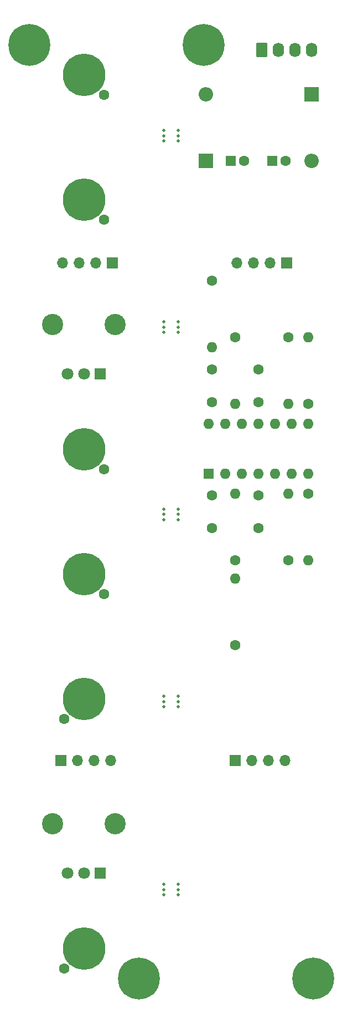
<source format=gbs>
%TF.GenerationSoftware,KiCad,Pcbnew,(6.0.0-0)*%
%TF.CreationDate,2022-06-17T05:53:11+01:00*%
%TF.ProjectId,4u-simple-integrator,34752d73-696d-4706-9c65-2d696e746567,r01*%
%TF.SameCoordinates,Original*%
%TF.FileFunction,Soldermask,Bot*%
%TF.FilePolarity,Negative*%
%FSLAX46Y46*%
G04 Gerber Fmt 4.6, Leading zero omitted, Abs format (unit mm)*
G04 Created by KiCad (PCBNEW (6.0.0-0)) date 2022-06-17 05:53:11*
%MOMM*%
%LPD*%
G01*
G04 APERTURE LIST*
G04 Aperture macros list*
%AMRoundRect*
0 Rectangle with rounded corners*
0 $1 Rounding radius*
0 $2 $3 $4 $5 $6 $7 $8 $9 X,Y pos of 4 corners*
0 Add a 4 corners polygon primitive as box body*
4,1,4,$2,$3,$4,$5,$6,$7,$8,$9,$2,$3,0*
0 Add four circle primitives for the rounded corners*
1,1,$1+$1,$2,$3*
1,1,$1+$1,$4,$5*
1,1,$1+$1,$6,$7*
1,1,$1+$1,$8,$9*
0 Add four rect primitives between the rounded corners*
20,1,$1+$1,$2,$3,$4,$5,0*
20,1,$1+$1,$4,$5,$6,$7,0*
20,1,$1+$1,$6,$7,$8,$9,0*
20,1,$1+$1,$8,$9,$2,$3,0*%
G04 Aperture macros list end*
%ADD10C,1.600000*%
%ADD11R,1.700000X1.700000*%
%ADD12O,1.700000X1.700000*%
%ADD13R,2.200000X2.200000*%
%ADD14O,2.200000X2.200000*%
%ADD15R,1.600000X1.600000*%
%ADD16O,1.600000X1.600000*%
%ADD17C,0.500000*%
%ADD18C,6.400000*%
%ADD19C,6.500000*%
%ADD20C,3.240000*%
%ADD21R,1.800000X1.800000*%
%ADD22C,1.800000*%
%ADD23RoundRect,0.250000X-0.620000X-0.845000X0.620000X-0.845000X0.620000X0.845000X-0.620000X0.845000X0*%
%ADD24O,1.740000X2.190000*%
G04 APERTURE END LIST*
D10*
%TO.C,C4*%
X112522000Y-84281000D03*
X112522000Y-89281000D03*
%TD*%
D11*
%TO.C,J7*%
X90170000Y-68072000D03*
D12*
X87630000Y-68072000D03*
X85090000Y-68072000D03*
X82550000Y-68072000D03*
%TD*%
D13*
%TO.C,D1*%
X104521000Y-52451000D03*
D14*
X104521000Y-42291000D03*
%TD*%
D15*
%TO.C,C8*%
X114713000Y-52451000D03*
D10*
X116713000Y-52451000D03*
%TD*%
%TO.C,R8*%
X120142000Y-103251000D03*
D16*
X120142000Y-113411000D03*
%TD*%
D17*
%TO.C,H5*%
X98087000Y-77851000D03*
X98087000Y-78651000D03*
X100287000Y-78651000D03*
X100287000Y-77051000D03*
X98087000Y-77051000D03*
X100287000Y-77851000D03*
%TD*%
D10*
%TO.C,C3*%
X112522000Y-103505000D03*
X112522000Y-108505000D03*
%TD*%
%TO.C,R5*%
X117094000Y-79375000D03*
D16*
X117094000Y-89535000D03*
%TD*%
D10*
%TO.C,R2*%
X108966000Y-126365000D03*
D16*
X108966000Y-116205000D03*
%TD*%
D11*
%TO.C,J8*%
X82296000Y-144018000D03*
D12*
X84836000Y-144018000D03*
X87376000Y-144018000D03*
X89916000Y-144018000D03*
%TD*%
D10*
%TO.C,R4*%
X108966000Y-113411000D03*
D16*
X108966000Y-103251000D03*
%TD*%
D17*
%TO.C,H9*%
X100287000Y-107226000D03*
X100287000Y-105626000D03*
X98087000Y-105626000D03*
X98087000Y-106426000D03*
X98087000Y-107226000D03*
X100287000Y-106426000D03*
%TD*%
D10*
%TO.C,R3*%
X108966000Y-79375000D03*
D16*
X108966000Y-89535000D03*
%TD*%
D17*
%TO.C,H7*%
X98087000Y-163703000D03*
X100287000Y-162903000D03*
X98087000Y-164503000D03*
X98087000Y-162903000D03*
X100287000Y-164503000D03*
X100287000Y-163703000D03*
%TD*%
D10*
%TO.C,C1*%
X105410000Y-84281000D03*
X105410000Y-89281000D03*
%TD*%
%TO.C,R1*%
X105410000Y-70739000D03*
D16*
X105410000Y-80899000D03*
%TD*%
D10*
%TO.C,R6*%
X117094000Y-113411000D03*
D16*
X117094000Y-103251000D03*
%TD*%
D18*
%TO.C,H1*%
X120904000Y-177292000D03*
%TD*%
D15*
%TO.C,C7*%
X108331000Y-52451000D03*
D10*
X110331000Y-52451000D03*
%TD*%
%TO.C,C2*%
X105410000Y-108505000D03*
X105410000Y-103505000D03*
%TD*%
D17*
%TO.C,H8*%
X98087000Y-48641000D03*
X100287000Y-48641000D03*
X100287000Y-49441000D03*
X100287000Y-47841000D03*
X98087000Y-47841000D03*
X98087000Y-49441000D03*
%TD*%
D18*
%TO.C,H3*%
X94234000Y-177292000D03*
%TD*%
%TO.C,H4*%
X77470000Y-34798000D03*
%TD*%
D15*
%TO.C,U1*%
X104902000Y-100203000D03*
D16*
X107442000Y-100203000D03*
X109982000Y-100203000D03*
X112522000Y-100203000D03*
X115062000Y-100203000D03*
X117602000Y-100203000D03*
X120142000Y-100203000D03*
X120142000Y-92583000D03*
X117602000Y-92583000D03*
X115062000Y-92583000D03*
X112522000Y-92583000D03*
X109982000Y-92583000D03*
X107442000Y-92583000D03*
X104902000Y-92583000D03*
%TD*%
D10*
%TO.C,R7*%
X120142000Y-89535000D03*
D16*
X120142000Y-79375000D03*
%TD*%
D13*
%TO.C,D2*%
X120650000Y-42291000D03*
D14*
X120650000Y-52451000D03*
%TD*%
D17*
%TO.C,H6*%
X100287000Y-135001000D03*
X100287000Y-134201000D03*
X98087000Y-134201000D03*
X100287000Y-135801000D03*
X98087000Y-135801000D03*
X98087000Y-135001000D03*
%TD*%
D18*
%TO.C,H2*%
X104140000Y-34798000D03*
%TD*%
D10*
%TO.C,J1*%
X88900000Y-99568000D03*
D19*
X85852000Y-96520000D03*
%TD*%
D10*
%TO.C,J4*%
X88900000Y-42418000D03*
D19*
X85852000Y-39370000D03*
%TD*%
%TO.C,J3*%
X85852000Y-58420000D03*
D10*
X88900000Y-61468000D03*
%TD*%
D11*
%TO.C,J10*%
X108966000Y-144018000D03*
D12*
X111506000Y-144018000D03*
X114046000Y-144018000D03*
X116586000Y-144018000D03*
%TD*%
D20*
%TO.C,RV2*%
X81052000Y-153670000D03*
X90652000Y-153670000D03*
D21*
X88352000Y-161170000D03*
D22*
X85852000Y-161170000D03*
X83352000Y-161170000D03*
%TD*%
D23*
%TO.C,J11*%
X113030000Y-35560000D03*
D24*
X115570000Y-35560000D03*
X118110000Y-35560000D03*
X120650000Y-35560000D03*
%TD*%
D20*
%TO.C,RV1*%
X81052000Y-77470000D03*
X90652000Y-77470000D03*
D21*
X88352000Y-84970000D03*
D22*
X85852000Y-84970000D03*
X83352000Y-84970000D03*
%TD*%
D11*
%TO.C,J9*%
X116840000Y-68072000D03*
D12*
X114300000Y-68072000D03*
X111760000Y-68072000D03*
X109220000Y-68072000D03*
%TD*%
D10*
%TO.C,J5*%
X82804000Y-137668000D03*
D19*
X85852000Y-134620000D03*
%TD*%
D10*
%TO.C,J6*%
X88900000Y-118618000D03*
D19*
X85852000Y-115570000D03*
%TD*%
%TO.C,J2*%
X85852000Y-172720000D03*
D10*
X82804000Y-175768000D03*
%TD*%
M02*

</source>
